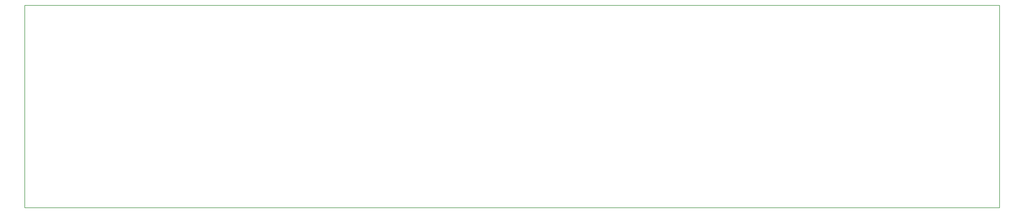
<source format=gko>
G04 Layer: BoardOutlineLayer*
G04 EasyEDA v6.5.40, 2024-07-22 23:31:44*
G04 cb6e2e9fbd21486d88ae5690d2d3dc00,10*
G04 Gerber Generator version 0.2*
G04 Scale: 100 percent, Rotated: No, Reflected: No *
G04 Dimensions in millimeters *
G04 leading zeros omitted , absolute positions ,4 integer and 5 decimal *
%FSLAX45Y45*%
%MOMM*%

%ADD10C,0.2540*%
D10*
X-254000Y-2794000D02*
G01*
X-254000Y6858000D01*
X46228000Y6858000D01*
X46228000Y-2794000D01*
X-254000Y-2794000D01*

%LPD*%
M02*

</source>
